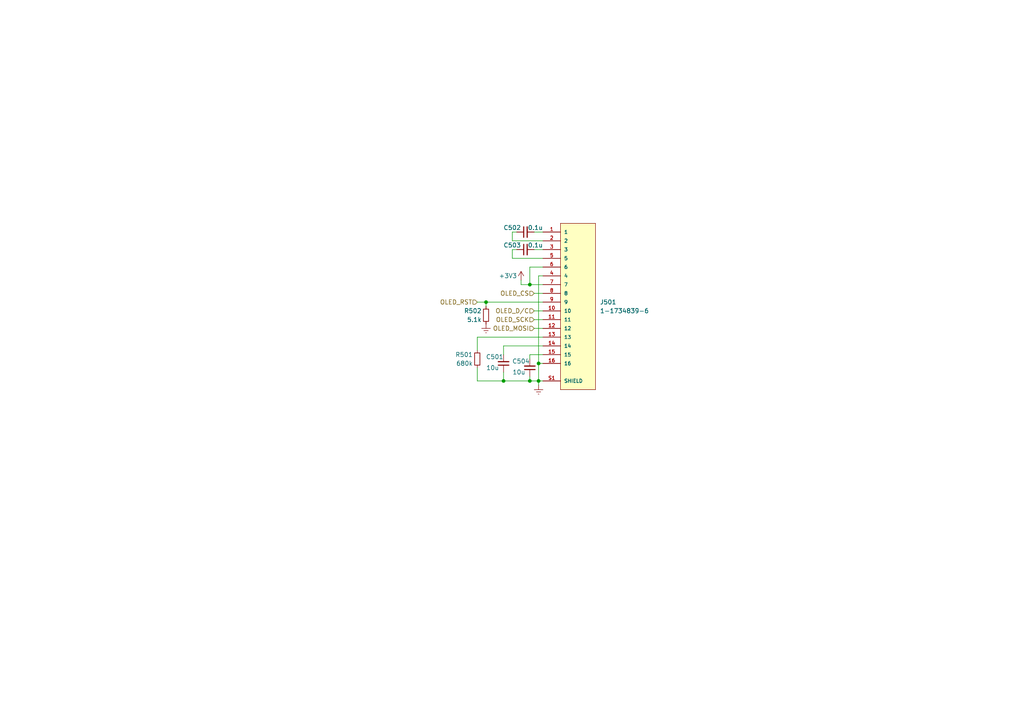
<source format=kicad_sch>
(kicad_sch (version 20211123) (generator eeschema)
  (paper "A4")
  (lib_symbols
    (symbol "Clock:1-1734839-6" (pin_names (offset 1.016))
      (property "Reference" "J?" (at 6.3531 23.8905 0))
      (property "Value" "1-1734839-6" (at 6.3544 -27.9644 0))
      (symbol "1-1734839-6_0_0"
        (rectangle (start -3.81 22.86) (end 6.35 -25.4) (stroke (width 0.1524)) (fill (type background)))
        (pin passive line (at -8.89 20.32 0) (length 5.08) (name "1") (number "1"))
        (pin passive line (at -8.89 -2.54 0) (length 5.08) (name "10") (number "10"))
        (pin passive line (at -8.89 -5.08 0) (length 5.08) (name "11") (number "11"))
        (pin passive line (at -8.89 -7.62 0) (length 5.08) (name "12") (number "12"))
        (pin passive line (at -8.89 -10.16 0) (length 5.08) (name "13") (number "13"))
        (pin passive line (at -8.89 -12.7 0) (length 5.08) (name "14") (number "14"))
        (pin passive line (at -8.89 -15.24 0) (length 5.08) (name "15") (number "15"))
        (pin passive line (at -8.89 -17.78 0) (length 5.08) (name "16") (number "16"))
        (pin passive line (at -8.89 17.78 0) (length 5.08) (name "2") (number "2"))
        (pin passive line (at -8.89 15.24 0) (length 5.08) (name "3") (number "3"))
        (pin passive line (at -8.89 7.62 0) (length 5.08) (name "4") (number "4"))
        (pin passive line (at -8.89 12.7 0) (length 5.08) (name "5") (number "5"))
        (pin passive line (at -8.89 10.16 0) (length 5.08) (name "6") (number "6"))
        (pin passive line (at -8.89 5.08 0) (length 5.08) (name "7") (number "7"))
        (pin passive line (at -8.89 2.54 0) (length 5.08) (name "8") (number "8"))
        (pin passive line (at -8.89 0 0) (length 5.08) (name "9") (number "9"))
        (pin passive line (at -8.89 -22.86 0) (length 5.08) (name "SHIELD") (number "S1"))
        (pin passive line (at -8.89 -22.86 0) (length 5.08) hide (name "SHIELD") (number "S2"))
      )
    )
    (symbol "Device:C_Small" (pin_numbers hide) (pin_names (offset 0.254) hide)
      (property "Reference" "C" (at 0.254 1.778 0))
      (property "Value" "C_Small" (at 0.254 -2.032 0))
      (symbol "C_Small_0_1"
        (polyline (pts (xy -1.524 -0.508) (xy 1.524 -0.508)) (stroke (width 0.3302)))
        (polyline (pts (xy -1.524 0.508) (xy 1.524 0.508)) (stroke (width 0.3048)))
      )
      (symbol "C_Small_1_1"
        (pin passive line (at 0 2.54 270) (length 2.032) (name "~") (number "1"))
        (pin passive line (at 0 -2.54 90) (length 2.032) (name "~") (number "2"))
      )
    )
    (symbol "Device:R_Small" (pin_numbers hide) (pin_names (offset 0.254) hide)
      (property "Reference" "R" (at 0.762 0.508 0))
      (property "Value" "R_Small" (at 0.762 -1.016 0))
      (symbol "R_Small_0_1"
        (rectangle (start -0.762 1.778) (end 0.762 -1.778) (stroke (width 0.2032)))
      )
      (symbol "R_Small_1_1"
        (pin passive line (at 0 2.54 270) (length 0.762) (name "~") (number "1"))
        (pin passive line (at 0 -2.54 90) (length 0.762) (name "~") (number "2"))
      )
    )
    (symbol "power:+3V3" (power) (pin_names (offset 0))
      (property "Value" "+3V3" (at 0 3.556 0))
      (symbol "+3V3_0_1"
        (polyline (pts (xy -0.762 1.27) (xy 0 2.54)))
        (polyline (pts (xy 0 0) (xy 0 2.54)))
        (polyline (pts (xy 0 2.54) (xy 0.762 1.27)))
      )
      (symbol "+3V3_1_1"
        (pin power_in line (at 0 0 90) (length 0) hide (name "+3V3") (number "1"))
      )
    )
    (symbol "power:Earth" (power) (pin_names (offset 0))
      (symbol "Earth_0_1"
        (polyline (pts (xy -0.635 -1.905) (xy 0.635 -1.905)))
        (polyline (pts (xy -0.127 -2.54) (xy 0.127 -2.54)))
        (polyline (pts (xy 0 -1.27) (xy 0 0)))
        (polyline (pts (xy 1.27 -1.27) (xy -1.27 -1.27)))
      )
      (symbol "Earth_1_1"
        (pin power_in line (at 0 0 270) (length 0) hide (name "Earth") (number "1"))
      )
    )
  )
  (junction (at 156.21 110.49))
  (junction (at 153.67 110.49))
  (junction (at 156.21 105.41))
  (junction (at 146.05 110.49))
  (junction (at 153.67 82.55))
  (junction (at 140.97 87.63))
  (wire (pts (xy 148.59 72.39) (xy 149.86 72.39)))
  (wire (pts (xy 148.59 69.85) (xy 148.59 67.31)))
  (wire (pts (xy 148.59 74.93) (xy 148.59 72.39)))
  (wire (pts (xy 154.94 72.39) (xy 157.48 72.39)))
  (wire (pts (xy 138.43 97.79) (xy 157.48 97.79)))
  (wire (pts (xy 151.13 81.28) (xy 151.13 82.55)))
  (wire (pts (xy 140.97 87.63) (xy 157.48 87.63)))
  (wire (pts (xy 138.43 101.6) (xy 138.43 97.79)))
  (wire (pts (xy 154.94 67.31) (xy 157.48 67.31)))
  (wire (pts (xy 156.21 111.76) (xy 156.21 110.49)))
  (wire (pts (xy 151.13 82.55) (xy 153.67 82.55)))
  (wire (pts (xy 146.05 110.49) (xy 153.67 110.49)))
  (wire (pts (xy 157.48 82.55) (xy 153.67 82.55)))
  (wire (pts (xy 154.94 85.09) (xy 157.48 85.09)))
  (wire (pts (xy 153.67 102.87) (xy 157.48 102.87)))
  (wire (pts (xy 157.48 74.93) (xy 148.59 74.93)))
  (wire (pts (xy 156.21 110.49) (xy 157.48 110.49)))
  (wire (pts (xy 138.43 106.68) (xy 138.43 110.49)))
  (wire (pts (xy 153.67 109.22) (xy 153.67 110.49)))
  (wire (pts (xy 154.94 92.71) (xy 157.48 92.71)))
  (wire (pts (xy 146.05 107.95) (xy 146.05 110.49)))
  (wire (pts (xy 140.97 87.63) (xy 140.97 88.9)))
  (wire (pts (xy 157.48 69.85) (xy 148.59 69.85)))
  (wire (pts (xy 156.21 110.49) (xy 156.21 105.41)))
  (wire (pts (xy 138.43 87.63) (xy 140.97 87.63)))
  (wire (pts (xy 146.05 100.33) (xy 146.05 102.87)))
  (wire (pts (xy 157.48 80.01) (xy 156.21 80.01)))
  (wire (pts (xy 153.67 104.14) (xy 153.67 102.87)))
  (wire (pts (xy 153.67 110.49) (xy 156.21 110.49)))
  (wire (pts (xy 148.59 67.31) (xy 149.86 67.31)))
  (wire (pts (xy 154.94 95.25) (xy 157.48 95.25)))
  (wire (pts (xy 138.43 110.49) (xy 146.05 110.49)))
  (wire (pts (xy 154.94 90.17) (xy 157.48 90.17)))
  (wire (pts (xy 153.67 77.47) (xy 153.67 82.55)))
  (wire (pts (xy 156.21 105.41) (xy 157.48 105.41)))
  (wire (pts (xy 157.48 100.33) (xy 146.05 100.33)))
  (wire (pts (xy 156.21 80.01) (xy 156.21 105.41)))
  (wire (pts (xy 153.67 77.47) (xy 157.48 77.47)))
  (hierarchical_label "OLED_CS" (shape input) (at 154.94 85.09 180))
  (hierarchical_label "OLED_RST" (shape input) (at 138.43 87.63 180))
  (hierarchical_label "OLED_D{slash}C" (shape input) (at 154.94 90.17 180))
  (hierarchical_label "OLED_MOSI" (shape input) (at 154.94 95.25 180))
  (hierarchical_label "OLED_SCK" (shape input) (at 154.94 92.71 180))
  (symbol (lib_id "power:Earth") (at 156.21 111.76 0) (unit 1)
    (property "Reference" "#PWR0503" (effects hide))
    (property "Value" "Earth" (effects hide))
  )
  (symbol (lib_id "power:Earth") (at 140.97 93.98 0) (unit 1)
    (property "Reference" "#PWR0501" (effects hide))
    (property "Value" "Earth" (effects hide))
  )
  (symbol (lib_id "Device:C_Small") (at 152.4 67.31 90) (mirror x) (unit 1)
    (property "Reference" "C502" (at 151.13 66.04 90) (effects (justify left)))
    (property "Value" "0.1u" (at 157.48 66.04 90) (effects (justify left)))
    (property "Footprint" "Capacitor_SMD:C_0402_1005Metric" (effects hide))
  )
  (symbol (lib_id "power:+3V3") (at 151.13 81.28 0) (unit 1)
    (property "Reference" "#PWR0502" (effects hide))
    (property "Value" "+3V3" (at 147.32 80.01 0))
  )
  (symbol (lib_id "Device:C_Small") (at 146.05 105.41 0) (mirror x) (unit 1)
    (property "Reference" "C501" (at 146.05 103.505 0) (effects (justify right)))
    (property "Value" "10u" (at 144.78 106.68 0) (effects (justify right)))
  )
  (symbol (lib_id "Device:C_Small") (at 153.67 106.68 0) (mirror x) (unit 1)
    (property "Reference" "C504" (at 153.67 104.775 0) (effects (justify right)))
    (property "Value" "10u" (at 152.4 107.95 0) (effects (justify right)))
  )
  (symbol (lib_id "Clock:1-1734839-6") (at 166.37 87.63 0) (unit 1)
    (property "Reference" "J501" (at 173.99 87.6299 0) (effects (justify left)))
    (property "Value" "1-1734839-6" (at 173.99 90.1699 0) (effects (justify left)))
    (property "Footprint" "clock:TE_1-1734839-6" (effects hide))
    (property "Comment" "1-1734839-6" (effects hide))
    (property "EU_RoHS_Compliance" "Compliant" (effects hide))
  )
  (symbol (lib_id "Device:R_Small") (at 138.43 104.14 0) (mirror x) (unit 1)
    (property "Reference" "R501" (at 137.16 102.87 0) (effects (justify right)))
    (property "Value" "680k" (at 137.16 105.41 0) (effects (justify right)))
  )
  (symbol (lib_id "Device:R_Small") (at 140.97 91.44 0) (mirror x) (unit 1)
    (property "Reference" "R502" (at 139.7 90.17 0) (effects (justify right)))
    (property "Value" "5.1k" (at 139.7 92.71 0) (effects (justify right)))
  )
  (symbol (lib_id "Device:C_Small") (at 152.4 72.39 90) (mirror x) (unit 1)
    (property "Reference" "C503" (at 151.13 71.12 90) (effects (justify left)))
    (property "Value" "0.1u" (at 157.48 71.12 90) (effects (justify left)))
    (property "Footprint" "Capacitor_SMD:C_0402_1005Metric" (effects hide))
  )
)
</source>
